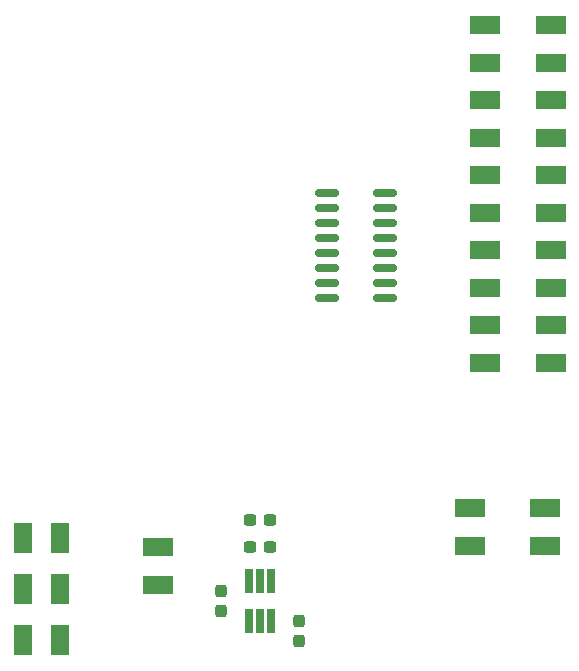
<source format=gbr>
%TF.GenerationSoftware,KiCad,Pcbnew,7.0.8*%
%TF.CreationDate,2023-12-02T15:31:10-08:00*%
%TF.ProjectId,LED_MAIN_BOARD_POWER,4c45445f-4d41-4494-9e5f-424f4152445f,rev?*%
%TF.SameCoordinates,Original*%
%TF.FileFunction,Paste,Top*%
%TF.FilePolarity,Positive*%
%FSLAX46Y46*%
G04 Gerber Fmt 4.6, Leading zero omitted, Abs format (unit mm)*
G04 Created by KiCad (PCBNEW 7.0.8) date 2023-12-02 15:31:10*
%MOMM*%
%LPD*%
G01*
G04 APERTURE LIST*
G04 Aperture macros list*
%AMRoundRect*
0 Rectangle with rounded corners*
0 $1 Rounding radius*
0 $2 $3 $4 $5 $6 $7 $8 $9 X,Y pos of 4 corners*
0 Add a 4 corners polygon primitive as box body*
4,1,4,$2,$3,$4,$5,$6,$7,$8,$9,$2,$3,0*
0 Add four circle primitives for the rounded corners*
1,1,$1+$1,$2,$3*
1,1,$1+$1,$4,$5*
1,1,$1+$1,$6,$7*
1,1,$1+$1,$8,$9*
0 Add four rect primitives between the rounded corners*
20,1,$1+$1,$2,$3,$4,$5,0*
20,1,$1+$1,$4,$5,$6,$7,0*
20,1,$1+$1,$6,$7,$8,$9,0*
20,1,$1+$1,$8,$9,$2,$3,0*%
G04 Aperture macros list end*
%ADD10R,2.540000X1.524000*%
%ADD11R,1.524000X2.540000*%
%ADD12RoundRect,0.237500X0.300000X0.237500X-0.300000X0.237500X-0.300000X-0.237500X0.300000X-0.237500X0*%
%ADD13RoundRect,0.237500X-0.237500X0.300000X-0.237500X-0.300000X0.237500X-0.300000X0.237500X0.300000X0*%
%ADD14R,0.650000X2.000000*%
%ADD15RoundRect,0.150000X0.825000X0.150000X-0.825000X0.150000X-0.825000X-0.150000X0.825000X-0.150000X0*%
G04 APERTURE END LIST*
D10*
%TO.C,Disp1*%
X203200000Y-101981000D03*
X203200000Y-98806000D03*
X203200000Y-95631000D03*
X203200000Y-92456000D03*
X203200000Y-89281000D03*
X203200000Y-86106000D03*
X203200000Y-82931000D03*
X203200000Y-79756000D03*
X203200000Y-76581000D03*
X203200000Y-73406000D03*
%TD*%
D11*
%TO.C,CTL1*%
X158496000Y-116840000D03*
X161671000Y-116840000D03*
%TD*%
D12*
%TO.C,C3*%
X179424500Y-117602000D03*
X177699500Y-117602000D03*
%TD*%
D10*
%TO.C,Disp0*%
X197612000Y-101981000D03*
X197612000Y-98806000D03*
X197612000Y-95631000D03*
X197612000Y-92456000D03*
X197612000Y-89281000D03*
X197612000Y-86106000D03*
X197612000Y-82931000D03*
X197612000Y-79756000D03*
X197612000Y-76581000D03*
X197612000Y-73406000D03*
%TD*%
D11*
%TO.C,TM1*%
X158496000Y-125476000D03*
X161671000Y-125476000D03*
%TD*%
D13*
%TO.C,C1*%
X175260000Y-121311500D03*
X175260000Y-123036500D03*
%TD*%
D10*
%TO.C,Vout2*%
X202692000Y-117475000D03*
X202692000Y-114300000D03*
%TD*%
D13*
%TO.C,C2*%
X181864000Y-123851500D03*
X181864000Y-125576500D03*
%TD*%
D10*
%TO.C,Vout1*%
X196342000Y-117475000D03*
X196342000Y-114300000D03*
%TD*%
D14*
%TO.C,Vreg0*%
X179512000Y-120464000D03*
X178562000Y-120464000D03*
X177612000Y-120464000D03*
X177612000Y-123884000D03*
X178562000Y-123884000D03*
X179512000Y-123884000D03*
%TD*%
D12*
%TO.C,C4*%
X179424500Y-115316000D03*
X177699500Y-115316000D03*
%TD*%
D15*
%TO.C,U1*%
X189200000Y-96520000D03*
X189200000Y-95250000D03*
X189200000Y-93980000D03*
X189200000Y-92710000D03*
X189200000Y-91440000D03*
X189200000Y-90170000D03*
X189200000Y-88900000D03*
X189200000Y-87630000D03*
X184250000Y-87630000D03*
X184250000Y-88900000D03*
X184250000Y-90170000D03*
X184250000Y-91440000D03*
X184250000Y-92710000D03*
X184250000Y-93980000D03*
X184250000Y-95250000D03*
X184250000Y-96520000D03*
%TD*%
D11*
%TO.C,TM0*%
X158496000Y-121158000D03*
X161671000Y-121158000D03*
%TD*%
D10*
%TO.C,Vin1*%
X169926000Y-120777000D03*
X169926000Y-117602000D03*
%TD*%
M02*

</source>
